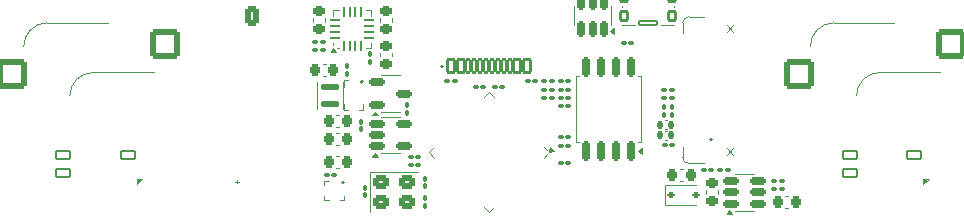
<source format=gbo>
%TF.GenerationSoftware,KiCad,Pcbnew,9.0.3*%
%TF.CreationDate,2025-07-18T01:49:26-04:00*%
%TF.ProjectId,board,626f6172-642e-46b6-9963-61645f706362,rev?*%
%TF.SameCoordinates,Original*%
%TF.FileFunction,Legend,Bot*%
%TF.FilePolarity,Positive*%
%FSLAX46Y46*%
G04 Gerber Fmt 4.6, Leading zero omitted, Abs format (unit mm)*
G04 Created by KiCad (PCBNEW 9.0.3) date 2025-07-18 01:49:26*
%MOMM*%
%LPD*%
G01*
G04 APERTURE LIST*
G04 Aperture macros list*
%AMRoundRect*
0 Rectangle with rounded corners*
0 $1 Rounding radius*
0 $2 $3 $4 $5 $6 $7 $8 $9 X,Y pos of 4 corners*
0 Add a 4 corners polygon primitive as box body*
4,1,4,$2,$3,$4,$5,$6,$7,$8,$9,$2,$3,0*
0 Add four circle primitives for the rounded corners*
1,1,$1+$1,$2,$3*
1,1,$1+$1,$4,$5*
1,1,$1+$1,$6,$7*
1,1,$1+$1,$8,$9*
0 Add four rect primitives between the rounded corners*
20,1,$1+$1,$2,$3,$4,$5,0*
20,1,$1+$1,$4,$5,$6,$7,0*
20,1,$1+$1,$6,$7,$8,$9,0*
20,1,$1+$1,$8,$9,$2,$3,0*%
%AMRotRect*
0 Rectangle, with rotation*
0 The origin of the aperture is its center*
0 $1 length*
0 $2 width*
0 $3 Rotation angle, in degrees counterclockwise*
0 Add horizontal line*
21,1,$1,$2,0,0,$3*%
%AMFreePoly0*
4,1,18,-0.410000,0.593000,-0.403758,0.624380,-0.385983,0.650983,-0.359380,0.668758,-0.328000,0.675000,0.328000,0.675000,0.359380,0.668758,0.385983,0.650983,0.403758,0.624380,0.410000,0.593000,0.410000,-0.593000,0.403758,-0.624380,0.385983,-0.650983,0.359380,-0.668758,0.328000,-0.675000,0.000000,-0.675000,-0.410000,-0.265000,-0.410000,0.593000,-0.410000,0.593000,$1*%
G04 Aperture macros list end*
%ADD10C,0.100000*%
%ADD11C,0.120000*%
%ADD12C,0.200000*%
%ADD13C,0.191421*%
%ADD14RoundRect,0.250000X-0.350000X-0.625000X0.350000X-0.625000X0.350000X0.625000X-0.350000X0.625000X0*%
%ADD15O,1.200000X1.750000*%
%ADD16R,1.700000X1.700000*%
%ADD17C,1.700000*%
%ADD18RoundRect,0.250000X-1.025000X-1.000000X1.025000X-1.000000X1.025000X1.000000X-1.025000X1.000000X0*%
%ADD19C,1.750000*%
%ADD20C,4.000000*%
%ADD21C,3.600000*%
%ADD22RoundRect,0.100000X0.100000X-0.130000X0.100000X0.130000X-0.100000X0.130000X-0.100000X-0.130000X0*%
%ADD23RoundRect,0.140000X0.140000X0.170000X-0.140000X0.170000X-0.140000X-0.170000X0.140000X-0.170000X0*%
%ADD24RoundRect,0.100000X-0.130000X-0.100000X0.130000X-0.100000X0.130000X0.100000X-0.130000X0.100000X0*%
%ADD25RoundRect,0.100000X0.130000X0.100000X-0.130000X0.100000X-0.130000X-0.100000X0.130000X-0.100000X0*%
%ADD26RoundRect,0.100000X-0.162635X0.021213X0.021213X-0.162635X0.162635X-0.021213X-0.021213X0.162635X0*%
%ADD27RoundRect,0.100000X0.162635X-0.021213X-0.021213X0.162635X-0.162635X0.021213X0.021213X-0.162635X0*%
%ADD28RoundRect,0.050000X0.309359X-0.238649X-0.238649X0.309359X-0.309359X0.238649X0.238649X-0.309359X0*%
%ADD29RoundRect,0.050000X0.309359X0.238649X0.238649X0.309359X-0.309359X-0.238649X-0.238649X-0.309359X0*%
%ADD30RotRect,3.200000X3.200000X135.000000*%
%ADD31RoundRect,0.225000X0.250000X-0.225000X0.250000X0.225000X-0.250000X0.225000X-0.250000X-0.225000X0*%
%ADD32RoundRect,0.218750X-0.256250X0.218750X-0.256250X-0.218750X0.256250X-0.218750X0.256250X0.218750X0*%
%ADD33RoundRect,0.225000X-0.225000X-0.250000X0.225000X-0.250000X0.225000X0.250000X-0.225000X0.250000X0*%
%ADD34RoundRect,0.162500X0.162500X-0.650000X0.162500X0.650000X-0.162500X0.650000X-0.162500X-0.650000X0*%
%ADD35RoundRect,0.100000X-0.100000X0.130000X-0.100000X-0.130000X0.100000X-0.130000X0.100000X0.130000X0*%
%ADD36C,0.270000*%
%ADD37RoundRect,0.225000X0.225000X0.250000X-0.225000X0.250000X-0.225000X-0.250000X0.225000X-0.250000X0*%
%ADD38RoundRect,0.062500X-0.375000X-0.062500X0.375000X-0.062500X0.375000X0.062500X-0.375000X0.062500X0*%
%ADD39RoundRect,0.062500X-0.062500X-0.375000X0.062500X-0.375000X0.062500X0.375000X-0.062500X0.375000X0*%
%ADD40R,1.600000X1.600000*%
%ADD41C,0.900000*%
%ADD42RoundRect,0.135000X-0.315000X-0.365000X0.315000X-0.365000X0.315000X0.365000X-0.315000X0.365000X0*%
%ADD43RoundRect,0.082500X-0.767500X-0.192500X0.767500X-0.192500X0.767500X0.192500X-0.767500X0.192500X0*%
%ADD44RoundRect,0.250000X-0.450000X-0.350000X0.450000X-0.350000X0.450000X0.350000X-0.450000X0.350000X0*%
%ADD45RoundRect,0.150000X-0.512500X-0.150000X0.512500X-0.150000X0.512500X0.150000X-0.512500X0.150000X0*%
%ADD46RoundRect,0.100000X-0.021213X-0.162635X0.162635X0.021213X0.021213X0.162635X-0.162635X-0.021213X0*%
%ADD47RoundRect,0.102000X-0.300000X-0.550000X0.300000X-0.550000X0.300000X0.550000X-0.300000X0.550000X0*%
%ADD48RoundRect,0.102000X-0.150000X-0.550000X0.150000X-0.550000X0.150000X0.550000X-0.150000X0.550000X0*%
%ADD49O,1.204000X2.004000*%
%ADD50O,1.204000X2.204000*%
%ADD51R,2.000000X0.350000*%
%ADD52RoundRect,0.137500X-0.662500X0.137500X-0.662500X-0.137500X0.662500X-0.137500X0.662500X0.137500X0*%
%ADD53RoundRect,0.150000X0.150000X-0.512500X0.150000X0.512500X-0.150000X0.512500X-0.150000X-0.512500X0*%
%ADD54C,0.210000*%
%ADD55RoundRect,0.112500X-0.187500X-0.112500X0.187500X-0.112500X0.187500X0.112500X-0.187500X0.112500X0*%
%ADD56RoundRect,0.100000X0.021213X0.162635X-0.162635X-0.021213X-0.021213X-0.162635X0.162635X0.021213X0*%
%ADD57RoundRect,0.082000X0.593000X-0.328000X0.593000X0.328000X-0.593000X0.328000X-0.593000X-0.328000X0*%
%ADD58FreePoly0,90.000000*%
%ADD59RoundRect,0.225000X-0.250000X0.225000X-0.250000X-0.225000X0.250000X-0.225000X0.250000X0.225000X0*%
G04 APERTURE END LIST*
D10*
X41520038Y-36252145D02*
X41820038Y-36252145D01*
X41670038Y-36102145D02*
X41670038Y-36402145D01*
D11*
%TO.C,SW1*%
X25600000Y-22800000D02*
X30700000Y-22800000D01*
X29500000Y-27000000D02*
X34600000Y-27000000D01*
X23600000Y-24800000D02*
G75*
G02*
X25600000Y-22800000I1999999J1D01*
G01*
X27500000Y-29000000D02*
G75*
G02*
X29500000Y-27000000I1999999J1D01*
G01*
%TO.C,SW2*%
X92200000Y-22800000D02*
X97300000Y-22800000D01*
X96100000Y-27000000D02*
X101200000Y-27000000D01*
X90200000Y-24800000D02*
G75*
G02*
X92200000Y-22800000I1999999J1D01*
G01*
X94100000Y-29000000D02*
G75*
G02*
X96100000Y-27000000I1999999J1D01*
G01*
%TO.C,C22*%
X78077836Y-31970000D02*
X77862164Y-31970000D01*
X78077836Y-32690000D02*
X77862164Y-32690000D01*
%TO.C,U2*%
X57894689Y-33750000D02*
X58354308Y-33290381D01*
X58354308Y-34209619D02*
X57894689Y-33750000D01*
X62540381Y-38395692D02*
X63000000Y-38855311D01*
X63000000Y-28644689D02*
X62540381Y-29104308D01*
X63000000Y-38855311D02*
X63459619Y-38395692D01*
X63459619Y-29104308D02*
X63000000Y-28644689D01*
X67645692Y-33290381D02*
X67893179Y-33537868D01*
X67645692Y-34209619D02*
X67935605Y-33919706D01*
X68508362Y-33686360D02*
X68105311Y-33750000D01*
X68168951Y-33346949D01*
X68508362Y-33686360D01*
G36*
X68508362Y-33686360D02*
G01*
X68105311Y-33750000D01*
X68168951Y-33346949D01*
X68508362Y-33686360D01*
G37*
%TO.C,C17*%
X53789997Y-25640581D02*
X53789997Y-25359419D01*
X54809997Y-25640581D02*
X54809997Y-25359419D01*
%TO.C,L2*%
X81340000Y-36974720D02*
X81340000Y-37300280D01*
X82360000Y-36974720D02*
X82360000Y-37300280D01*
%TO.C,C33*%
X50059419Y-34090000D02*
X50340581Y-34090000D01*
X50059419Y-35110000D02*
X50340581Y-35110000D01*
%TO.C,U3*%
X70390000Y-27340000D02*
X70660000Y-27340000D01*
X70390000Y-30100000D02*
X70390000Y-27340000D01*
X70390000Y-30100000D02*
X70390000Y-32860000D01*
X70390000Y-32860000D02*
X70660000Y-32860000D01*
X75910000Y-27340000D02*
X75640000Y-27340000D01*
X75910000Y-30100000D02*
X75910000Y-27340000D01*
X75910000Y-30100000D02*
X75910000Y-32860000D01*
X75910000Y-32860000D02*
X75640000Y-32860000D01*
X75970000Y-33865000D02*
X75640000Y-33625000D01*
X75970000Y-33385000D01*
X75970000Y-33865000D01*
G36*
X75970000Y-33865000D02*
G01*
X75640000Y-33625000D01*
X75970000Y-33385000D01*
X75970000Y-33865000D01*
G37*
%TO.C,C35*%
X79159419Y-35190000D02*
X79440581Y-35190000D01*
X79159419Y-36210000D02*
X79440581Y-36210000D01*
%TO.C,U8*%
X49061500Y-36206500D02*
X49061500Y-36543250D01*
X49061500Y-37793500D02*
X49061500Y-37456750D01*
X49420750Y-36206500D02*
X49061500Y-36206500D01*
X49420750Y-37793500D02*
X49061500Y-37793500D01*
X50379250Y-37793500D02*
X50738500Y-37793500D01*
X50738500Y-37793500D02*
X50738500Y-37456750D01*
D12*
X50718500Y-36326500D02*
G75*
G02*
X50518500Y-36326500I-100000J0D01*
G01*
X50518500Y-36326500D02*
G75*
G02*
X50718500Y-36326500I100000J0D01*
G01*
D11*
%TO.C,C26*%
X78077836Y-31050000D02*
X77862164Y-31050000D01*
X78077836Y-31770000D02*
X77862164Y-31770000D01*
%TO.C,C29*%
X50340581Y-32090000D02*
X50059419Y-32090000D01*
X50340581Y-33110000D02*
X50059419Y-33110000D01*
%TO.C,U4*%
X49827500Y-21740000D02*
X49827500Y-22215000D01*
X49827500Y-24485000D02*
X49827500Y-24720000D01*
X50302500Y-21740000D02*
X49827500Y-21740000D01*
X50302500Y-24960000D02*
X50127500Y-24960000D01*
X52572500Y-21740000D02*
X53047500Y-21740000D01*
X52572500Y-24960000D02*
X53047500Y-24960000D01*
X53047500Y-21740000D02*
X53047500Y-22215000D01*
X53047500Y-24960000D02*
X53047500Y-24485000D01*
X50067500Y-25290000D02*
X49587500Y-25290000D01*
X49827500Y-24960000D01*
X50067500Y-25290000D01*
G36*
X50067500Y-25290000D02*
G01*
X49587500Y-25290000D01*
X49827500Y-24960000D01*
X50067500Y-25290000D01*
G37*
%TO.C,C21*%
X48065001Y-22690580D02*
X48065001Y-22409418D01*
X49085001Y-22690580D02*
X49085001Y-22409418D01*
%TO.C,SW3*%
X74240000Y-21440000D02*
X74240000Y-21360000D01*
X74240000Y-22960001D02*
X75340000Y-22960000D01*
X77560000Y-22960000D02*
X78660000Y-22960001D01*
X78660000Y-21440000D02*
X78660000Y-21360000D01*
%TO.C,Y1*%
X52890000Y-35389999D02*
X57010000Y-35389999D01*
X52890000Y-38810001D02*
X52890000Y-35389999D01*
%TO.C,U9*%
X54637500Y-30739999D02*
X53837500Y-30740000D01*
X54637500Y-30739999D02*
X55437500Y-30740000D01*
X54637500Y-33860001D02*
X53837500Y-33860000D01*
X54637500Y-33860001D02*
X55437500Y-33860000D01*
X53577500Y-34140000D02*
X53097500Y-34140000D01*
X53337500Y-33810000D01*
X53577500Y-34140000D01*
G36*
X53577500Y-34140000D02*
G01*
X53097500Y-34140000D01*
X53337500Y-33810000D01*
X53577500Y-34140000D01*
G37*
D12*
%TO.C,J1*%
X59100000Y-26500000D02*
G75*
G02*
X58900000Y-26500000I-100000J0D01*
G01*
X58900000Y-26500000D02*
G75*
G02*
X59100000Y-26500000I100000J0D01*
G01*
D10*
%TO.C,DS1*%
X79400000Y-23700000D02*
X79400000Y-22800000D01*
X79400000Y-33300000D02*
X79400000Y-34200000D01*
X79900000Y-22300000D02*
X81200000Y-22300000D01*
X79900000Y-34700000D02*
X81200000Y-34700000D01*
X83117157Y-23582843D02*
X83682843Y-23017157D01*
X83117157Y-33982843D02*
X83682843Y-33417157D01*
X83682843Y-23582843D02*
X83117157Y-23017157D01*
X83682843Y-33982843D02*
X83117157Y-33417157D01*
X79400000Y-22800000D02*
G75*
G02*
X79900000Y-22300000I500000J0D01*
G01*
X79900000Y-34700000D02*
G75*
G02*
X79400000Y-34200000I1J500001D01*
G01*
D13*
X81895710Y-32700000D02*
G75*
G02*
X81704290Y-32700000I-95710J0D01*
G01*
X81704290Y-32700000D02*
G75*
G02*
X81895710Y-32700000I95710J0D01*
G01*
D11*
%TO.C,U5*%
X54640000Y-27239999D02*
X53840000Y-27240000D01*
X54640000Y-27239999D02*
X55440000Y-27240000D01*
X54640000Y-30360001D02*
X53840000Y-30360000D01*
X54640000Y-30360001D02*
X55440000Y-30360000D01*
X53580000Y-30640000D02*
X53100000Y-30640000D01*
X53340000Y-30310000D01*
X53580000Y-30640000D01*
G36*
X53580000Y-30640000D02*
G01*
X53100000Y-30640000D01*
X53340000Y-30310000D01*
X53580000Y-30640000D01*
G37*
%TO.C,C31*%
X88340581Y-37465000D02*
X88059419Y-37465000D01*
X88340581Y-38485000D02*
X88059419Y-38485000D01*
%TO.C,C27*%
X49190581Y-26290000D02*
X48909419Y-26290000D01*
X49190581Y-27310000D02*
X48909419Y-27310000D01*
%TO.C,L1*%
X48477498Y-27840001D02*
X48477498Y-30060001D01*
X50597498Y-30060001D02*
X50597498Y-27840001D01*
%TO.C,U1*%
X70202500Y-22212500D02*
X70202501Y-21412500D01*
X70202500Y-22212500D02*
X70202501Y-23012500D01*
X73322502Y-22212500D02*
X73322501Y-21412500D01*
X73322502Y-22212500D02*
X73322501Y-23012500D01*
X73602501Y-23752500D02*
X73272501Y-23512500D01*
X73602501Y-23272500D01*
X73602501Y-23752500D01*
G36*
X73602501Y-23752500D02*
G01*
X73272501Y-23512500D01*
X73602501Y-23272500D01*
X73602501Y-23752500D01*
G37*
%TO.C,U7*%
X84650000Y-35589999D02*
X83850000Y-35590000D01*
X84650000Y-35589999D02*
X85450000Y-35590000D01*
X84650000Y-38710001D02*
X83850000Y-38710000D01*
X84650000Y-38710001D02*
X85450000Y-38710000D01*
X83590000Y-38990000D02*
X83110000Y-38990000D01*
X83350000Y-38660000D01*
X83590000Y-38990000D01*
G36*
X83590000Y-38990000D02*
G01*
X83110000Y-38990000D01*
X83350000Y-38660000D01*
X83590000Y-38990000D01*
G37*
%TO.C,U6*%
X50717500Y-27680000D02*
X50717500Y-28255000D01*
X50717500Y-30220000D02*
X50717500Y-29645000D01*
X51067500Y-27680000D02*
X50717500Y-27680000D01*
X51067500Y-30220000D02*
X50717500Y-30220000D01*
X52007500Y-30220000D02*
X52357500Y-30220000D01*
X52357500Y-30220000D02*
X52357500Y-29645000D01*
D12*
X52337500Y-27800000D02*
G75*
G02*
X52137500Y-27800000I-100000J0D01*
G01*
X52137500Y-27800000D02*
G75*
G02*
X52337500Y-27800000I100000J0D01*
G01*
D11*
%TO.C,D3*%
X77865000Y-36550000D02*
X80525000Y-36550000D01*
X77865000Y-38250000D02*
X77865000Y-36550000D01*
X77865000Y-38250000D02*
X80525000Y-38250000D01*
%TO.C,D1*%
X33175000Y-36480000D02*
X33175000Y-36000000D01*
X33655000Y-36000000D01*
X33175000Y-36480000D01*
G36*
X33175000Y-36480000D02*
G01*
X33175000Y-36000000D01*
X33655000Y-36000000D01*
X33175000Y-36480000D01*
G37*
%TO.C,C30*%
X50340581Y-30590000D02*
X50059419Y-30590000D01*
X50340581Y-31610000D02*
X50059419Y-31610000D01*
%TO.C,D2*%
X99775000Y-36480000D02*
X99775000Y-36000000D01*
X100255000Y-36000000D01*
X99775000Y-36480000D01*
G36*
X99775000Y-36480000D02*
G01*
X99775000Y-36000000D01*
X100255000Y-36000000D01*
X99775000Y-36480000D01*
G37*
%TO.C,C20*%
X53790000Y-22409418D02*
X53790000Y-22690580D01*
X54810000Y-22409418D02*
X54810000Y-22690580D01*
%TD*%
%LPC*%
D14*
%TO.C,J2*%
X42900001Y-22250000D03*
D15*
X44900002Y-22250000D03*
%TD*%
D16*
%TO.C,J4*%
X42625000Y-37600000D03*
D17*
X45165000Y-37600000D03*
%TD*%
D18*
%TO.C,SW1*%
X22615000Y-27160000D03*
D19*
X24620001Y-29700000D03*
D20*
X29700000Y-29700000D03*
D19*
X34779999Y-29700000D03*
D18*
X35542000Y-24620000D03*
D21*
X25890000Y-27160000D03*
X32240000Y-24620000D03*
%TD*%
D18*
%TO.C,SW2*%
X89215000Y-27160000D03*
D19*
X91220001Y-29700000D03*
D20*
X96300000Y-29700000D03*
D19*
X101379999Y-29700000D03*
D18*
X102142000Y-24620000D03*
D21*
X92490000Y-27160000D03*
X98840000Y-24620000D03*
%TD*%
D22*
%TO.C,R21*%
X52200000Y-31820000D03*
X52200000Y-31180000D03*
%TD*%
D23*
%TO.C,C22*%
X78450000Y-32330000D03*
X77490000Y-32330000D03*
%TD*%
D24*
%TO.C,C13*%
X69080000Y-29850000D03*
X69720000Y-29850000D03*
%TD*%
D25*
%TO.C,R19*%
X81825000Y-35250000D03*
X81185000Y-35250000D03*
%TD*%
D24*
%TO.C,C1*%
X69080000Y-29150000D03*
X69720000Y-29150000D03*
%TD*%
D26*
%TO.C,R5*%
X66817678Y-36317678D03*
X67270226Y-36770226D03*
%TD*%
D24*
%TO.C,R8*%
X69080000Y-33200001D03*
X69720000Y-33200001D03*
%TD*%
D27*
%TO.C,R17*%
X60526274Y-29826274D03*
X60073726Y-29373726D03*
%TD*%
D25*
%TO.C,C14*%
X57020000Y-34150000D03*
X56380000Y-34150000D03*
%TD*%
D26*
%TO.C,R18*%
X60568700Y-28878752D03*
X61021248Y-29331300D03*
%TD*%
D24*
%TO.C,C8*%
X67680000Y-27750000D03*
X68320000Y-27750000D03*
%TD*%
D27*
%TO.C,R12*%
X66276274Y-37776274D03*
X65823726Y-37323726D03*
%TD*%
D24*
%TO.C,C9*%
X67680000Y-29150000D03*
X68320000Y-29150000D03*
%TD*%
D25*
%TO.C,C34*%
X49900000Y-35700000D03*
X49260000Y-35700000D03*
%TD*%
D22*
%TO.C,C25*%
X77800000Y-30575000D03*
X77800000Y-29935000D03*
%TD*%
D25*
%TO.C,C10*%
X69720000Y-27750000D03*
X69080000Y-27750000D03*
%TD*%
%TO.C,R16*%
X87770000Y-36200000D03*
X87130000Y-36200000D03*
%TD*%
D28*
%TO.C,U2*%
X67269157Y-34342202D03*
X66986314Y-34625045D03*
X66703472Y-34907887D03*
X66420629Y-35190730D03*
X66137786Y-35473573D03*
X65854944Y-35756415D03*
X65572101Y-36039258D03*
X65289258Y-36322101D03*
X65006415Y-36604944D03*
X64723573Y-36887786D03*
X64440730Y-37170629D03*
X64157887Y-37453472D03*
X63875045Y-37736314D03*
X63592202Y-38019157D03*
D29*
X62407798Y-38019157D03*
X62124955Y-37736314D03*
X61842113Y-37453472D03*
X61559270Y-37170629D03*
X61276427Y-36887786D03*
X60993585Y-36604944D03*
X60710742Y-36322101D03*
X60427899Y-36039258D03*
X60145056Y-35756415D03*
X59862214Y-35473573D03*
X59579371Y-35190730D03*
X59296528Y-34907887D03*
X59013686Y-34625045D03*
X58730843Y-34342202D03*
D28*
X58730843Y-33157798D03*
X59013686Y-32874955D03*
X59296528Y-32592113D03*
X59579371Y-32309270D03*
X59862214Y-32026427D03*
X60145056Y-31743585D03*
X60427899Y-31460742D03*
X60710742Y-31177899D03*
X60993585Y-30895056D03*
X61276427Y-30612214D03*
X61559270Y-30329371D03*
X61842113Y-30046528D03*
X62124955Y-29763686D03*
X62407798Y-29480843D03*
D29*
X63592202Y-29480843D03*
X63875045Y-29763686D03*
X64157887Y-30046528D03*
X64440730Y-30329371D03*
X64723573Y-30612214D03*
X65006415Y-30895056D03*
X65289258Y-31177899D03*
X65572101Y-31460742D03*
X65854944Y-31743585D03*
X66137786Y-32026427D03*
X66420629Y-32309270D03*
X66703472Y-32592113D03*
X66986314Y-32874955D03*
X67269157Y-33157798D03*
D30*
X63000000Y-33750000D03*
%TD*%
D27*
%TO.C,C4*%
X59076274Y-31226274D03*
X58623726Y-30773726D03*
%TD*%
D31*
%TO.C,C17*%
X54299997Y-26275000D03*
X54299997Y-24725000D03*
%TD*%
D24*
%TO.C,C5*%
X69080000Y-34650000D03*
X69720000Y-34650000D03*
%TD*%
D32*
%TO.C,L2*%
X81850000Y-36349999D03*
X81850000Y-37925001D03*
%TD*%
D22*
%TO.C,R1*%
X57580000Y-36655000D03*
X57580000Y-36015000D03*
%TD*%
D33*
%TO.C,C33*%
X49425000Y-34600000D03*
X50975000Y-34600000D03*
%TD*%
D34*
%TO.C,U3*%
X75055000Y-33687500D03*
X73785000Y-33687500D03*
X72515000Y-33687500D03*
X71245000Y-33687500D03*
X71245000Y-26512500D03*
X72515000Y-26512500D03*
X73785000Y-26512500D03*
X75055000Y-26512500D03*
%TD*%
D33*
%TO.C,C35*%
X78525000Y-35700000D03*
X80075000Y-35700000D03*
%TD*%
D25*
%TO.C,R20*%
X83220000Y-35250000D03*
X82580000Y-35250000D03*
%TD*%
D22*
%TO.C,C28*%
X50950000Y-27100000D03*
X50950000Y-26460000D03*
%TD*%
D24*
%TO.C,C3*%
X66280000Y-27750000D03*
X66920000Y-27750000D03*
%TD*%
D35*
%TO.C,C15*%
X57580000Y-37660000D03*
X57580000Y-38300000D03*
%TD*%
D36*
%TO.C,U8*%
X50300000Y-36600000D03*
X49900000Y-36600000D03*
X49500000Y-36600000D03*
X50300000Y-37000000D03*
X49900000Y-37000000D03*
X49500000Y-37000000D03*
X50300000Y-37400000D03*
X49900000Y-37400000D03*
X49500000Y-37400000D03*
%TD*%
D23*
%TO.C,C26*%
X78450000Y-31410000D03*
X77490000Y-31410000D03*
%TD*%
D37*
%TO.C,C29*%
X50975000Y-32600000D03*
X49425000Y-32600000D03*
%TD*%
D38*
%TO.C,U4*%
X50000000Y-24100000D03*
X50000000Y-23600000D03*
X50000000Y-23100000D03*
X50000000Y-22600000D03*
D39*
X50687500Y-21912500D03*
X51187500Y-21912500D03*
X51687500Y-21912500D03*
X52187500Y-21912500D03*
D38*
X52875000Y-22600000D03*
X52875000Y-23100000D03*
X52875000Y-23600000D03*
X52875000Y-24100000D03*
D39*
X52187500Y-24787500D03*
X51687500Y-24787500D03*
X51187500Y-24787500D03*
X50687500Y-24787500D03*
D40*
X51437500Y-23350000D03*
%TD*%
D31*
%TO.C,C21*%
X48575001Y-23324999D03*
X48575001Y-21774999D03*
%TD*%
D24*
%TO.C,R10*%
X48280000Y-25100000D03*
X48920000Y-25100000D03*
%TD*%
D41*
%TO.C,SW3*%
X75475000Y-20650000D03*
X77425000Y-20650000D03*
D42*
X74400001Y-22200000D03*
X78499999Y-22200000D03*
X74400001Y-20600000D03*
X78499999Y-20600000D03*
D43*
X76450000Y-22825000D03*
%TD*%
D25*
%TO.C,C6*%
X60120000Y-27750000D03*
X59480000Y-27750000D03*
%TD*%
D44*
%TO.C,Y1*%
X53850000Y-36250000D03*
X56050000Y-36250000D03*
X56050000Y-37950000D03*
X53850000Y-37950000D03*
%TD*%
D22*
%TO.C,C23*%
X78500000Y-30570000D03*
X78500000Y-29930000D03*
%TD*%
D25*
%TO.C,C19*%
X75050000Y-24550000D03*
X74410000Y-24550000D03*
%TD*%
%TO.C,R3*%
X62520000Y-28200000D03*
X61880000Y-28200000D03*
%TD*%
D24*
%TO.C,R13*%
X77830000Y-29200000D03*
X78470000Y-29200000D03*
%TD*%
D25*
%TO.C,C32*%
X87770000Y-36900000D03*
X87130000Y-36900000D03*
%TD*%
D27*
%TO.C,R4*%
X67770226Y-36270226D03*
X67317678Y-35817678D03*
%TD*%
D45*
%TO.C,U9*%
X53500000Y-33249999D03*
X53500000Y-32300000D03*
X53500000Y-31350001D03*
X55775000Y-31350001D03*
X55775000Y-33249999D03*
%TD*%
D22*
%TO.C,R22*%
X56050000Y-30420000D03*
X56050000Y-29780000D03*
%TD*%
D24*
%TO.C,C12*%
X67680000Y-28450000D03*
X68320000Y-28450000D03*
%TD*%
D25*
%TO.C,C11*%
X69720000Y-28450000D03*
X69080000Y-28450000D03*
%TD*%
D24*
%TO.C,R9*%
X69080000Y-32500005D03*
X69720000Y-32500005D03*
%TD*%
D25*
%TO.C,C2*%
X57020000Y-34850000D03*
X56380000Y-34850000D03*
%TD*%
D46*
%TO.C,R6*%
X65698701Y-30071249D03*
X66151249Y-29618701D03*
%TD*%
D47*
%TO.C,J1*%
X59800000Y-26450000D03*
X60600000Y-26450000D03*
D48*
X61750000Y-26450000D03*
X62750000Y-26450000D03*
X63250000Y-26450000D03*
X64250000Y-26450000D03*
D47*
X66200000Y-26450000D03*
X65400000Y-26450000D03*
D48*
X64750000Y-26450000D03*
X63750000Y-26450000D03*
X62250000Y-26450000D03*
X61250000Y-26450000D03*
D49*
X57050000Y-25300000D03*
X68950000Y-25300000D03*
D50*
X57050000Y-21800000D03*
X68950000Y-21800000D03*
%TD*%
D51*
%TO.C,DS1*%
X80300000Y-32700000D03*
X80300000Y-32000000D03*
X80300000Y-31300000D03*
X80300000Y-30600000D03*
X80300000Y-29900000D03*
X80300000Y-29200000D03*
X80300000Y-28500000D03*
X80300000Y-27800000D03*
X80300000Y-27100000D03*
X80300000Y-26400000D03*
X80300000Y-25700000D03*
X80300000Y-25000000D03*
X80300000Y-24300000D03*
%TD*%
D45*
%TO.C,U5*%
X53502500Y-29749999D03*
X53502500Y-27850001D03*
X55777500Y-28800000D03*
%TD*%
D37*
%TO.C,C31*%
X88975000Y-37975000D03*
X87425000Y-37975000D03*
%TD*%
D25*
%TO.C,R11*%
X48920000Y-24400000D03*
X48280000Y-24400000D03*
%TD*%
D37*
%TO.C,C27*%
X49825000Y-26800000D03*
X48275000Y-26800000D03*
%TD*%
D52*
%TO.C,L1*%
X49537498Y-28225002D03*
X49537498Y-29675000D03*
%TD*%
D53*
%TO.C,U1*%
X72712500Y-23350000D03*
X71762501Y-23350000D03*
X70812502Y-23350000D03*
X70812502Y-21075000D03*
X71762501Y-21075000D03*
X72712500Y-21075000D03*
%TD*%
D22*
%TO.C,C16*%
X52500000Y-37420001D03*
X52500000Y-36780001D03*
%TD*%
D26*
%TO.C,C7*%
X65297452Y-37847452D03*
X65750000Y-38300000D03*
%TD*%
D24*
%TO.C,R14*%
X77830000Y-28500000D03*
X78470000Y-28500000D03*
%TD*%
D45*
%TO.C,U7*%
X83512500Y-38099999D03*
X83512500Y-37150000D03*
X83512500Y-36200001D03*
X85787500Y-36200001D03*
X85787500Y-37150000D03*
X85787500Y-38099999D03*
%TD*%
D54*
%TO.C,U6*%
X51937500Y-28150000D03*
X51537500Y-28150001D03*
X51137500Y-28150000D03*
X51937500Y-28550000D03*
X51537500Y-28550000D03*
X51137500Y-28550000D03*
X51937500Y-28950000D03*
X51537500Y-28950000D03*
X51137500Y-28950000D03*
X51937500Y-29350000D03*
X51537500Y-29350000D03*
X51137500Y-29350000D03*
X51937500Y-29750000D03*
X51537500Y-29749999D03*
X51137500Y-29750000D03*
%TD*%
D55*
%TO.C,D3*%
X78425000Y-37400000D03*
X80525000Y-37400000D03*
%TD*%
D56*
%TO.C,R7*%
X65656274Y-29123726D03*
X65203726Y-29576274D03*
%TD*%
D25*
%TO.C,R2*%
X64120000Y-28200000D03*
X63480000Y-28200000D03*
%TD*%
D57*
%TO.C,D1*%
X26950000Y-34000000D03*
X26950000Y-35500000D03*
X32400000Y-34000000D03*
D58*
X32400000Y-35500000D03*
%TD*%
D22*
%TO.C,C18*%
X52950000Y-26120000D03*
X52950000Y-25480000D03*
%TD*%
D25*
%TO.C,C24*%
X78500000Y-33150000D03*
X77860000Y-33150000D03*
%TD*%
D37*
%TO.C,C30*%
X50975000Y-31100000D03*
X49425000Y-31100000D03*
%TD*%
D57*
%TO.C,D2*%
X93550000Y-34000000D03*
X93550000Y-35500000D03*
X99000000Y-34000000D03*
D58*
X99000000Y-35500000D03*
%TD*%
D59*
%TO.C,C20*%
X54300000Y-21774999D03*
X54300000Y-23324999D03*
%TD*%
%LPD*%
M02*

</source>
